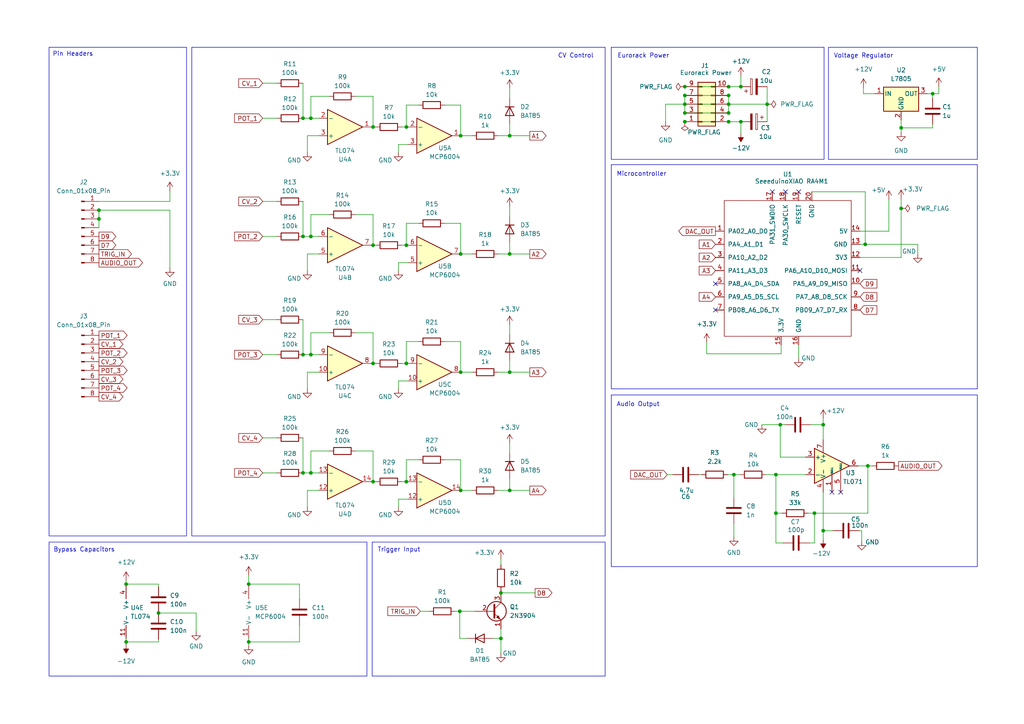
<source format=kicad_sch>
(kicad_sch (version 20231120) (generator "eeschema") (generator_version "8.0")
  (paper "A4")
  (junction (at 145.288 185.166))
  (junction (at 117.856 36.83))
  (junction (at 198.628 35.306))
  (junction (at 147.828 107.95))
  (junction (at 270.51 27.178))
  (junction (at 225.044 137.668))
  (junction (at 198.628 32.766))
  (junction (at 147.828 142.24))
  (junction (at 211.328 27.686))
  (junction (at 28.702 63.5))
  (junction (at 72.136 186.182))
  (junction (at 90.17 68.58))
  (junction (at 108.204 139.7))
  (junction (at 211.328 32.766))
  (junction (at 198.628 30.226))
  (junction (at 133.604 107.95))
  (junction (at 212.852 137.668))
  (junction (at 250.952 70.866))
  (junction (at 133.604 39.37))
  (junction (at 226.314 123.19))
  (junction (at 90.17 34.29))
  (junction (at 28.702 60.96))
  (junction (at 261.366 60.452))
  (junction (at 211.328 25.146))
  (junction (at 251.714 135.128))
  (junction (at 117.856 71.12))
  (junction (at 238.76 123.19))
  (junction (at 145.288 171.958))
  (junction (at 198.628 25.146))
  (junction (at 108.204 71.12))
  (junction (at 45.974 177.8))
  (junction (at 133.604 142.24))
  (junction (at 147.828 73.66))
  (junction (at 87.884 102.87))
  (junction (at 108.204 36.83))
  (junction (at 108.204 105.41))
  (junction (at 133.604 73.66))
  (junction (at 117.856 105.41))
  (junction (at 117.856 139.7))
  (junction (at 211.328 35.306))
  (junction (at 211.328 30.226))
  (junction (at 87.884 68.58))
  (junction (at 214.884 35.306))
  (junction (at 214.884 25.146))
  (junction (at 225.044 148.844))
  (junction (at 133.35 177.292))
  (junction (at 261.366 37.084))
  (junction (at 90.17 137.16))
  (junction (at 72.136 169.418))
  (junction (at 36.576 169.418))
  (junction (at 87.884 34.29))
  (junction (at 238.76 153.924))
  (junction (at 198.628 27.686))
  (junction (at 90.17 102.87))
  (junction (at 87.884 137.16))
  (junction (at 222.504 30.226))
  (junction (at 236.22 148.844))
  (junction (at 147.828 39.37))
  (junction (at 36.576 186.182))
  (no_connect (at 243.84 142.748))
  (no_connect (at 207.518 89.916))
  (no_connect (at 231.648 55.626))
  (no_connect (at 207.518 82.296))
  (no_connect (at 224.028 55.626))
  (no_connect (at 241.3 142.748))
  (no_connect (at 249.428 78.486))
  (no_connect (at 227.838 55.626))
  (wire (pts (xy 45.974 185.42) (xy 45.974 186.182)))
  (wire (pts (xy 95.504 62.23) (xy 90.17 62.23)))
  (wire (pts (xy 212.852 137.668) (xy 214.63 137.668)))
  (wire (pts (xy 132.08 177.292) (xy 133.35 177.292)))
  (wire (pts (xy 129.032 99.06) (xy 133.604 99.06)))
  (wire (pts (xy 76.2 34.29) (xy 80.264 34.29)))
  (wire (pts (xy 144.526 39.37) (xy 147.828 39.37)))
  (wire (pts (xy 108.204 71.12) (xy 108.966 71.12)))
  (wire (pts (xy 95.504 130.81) (xy 90.17 130.81)))
  (wire (pts (xy 133.604 133.35) (xy 133.604 142.24)))
  (wire (pts (xy 155.194 171.958) (xy 145.288 171.958)))
  (wire (pts (xy 89.154 107.95) (xy 89.154 112.776)))
  (wire (pts (xy 214.884 38.608) (xy 214.884 35.306)))
  (wire (pts (xy 121.92 177.292) (xy 124.46 177.292)))
  (wire (pts (xy 36.576 186.182) (xy 36.576 185.166)))
  (wire (pts (xy 145.288 182.372) (xy 145.288 185.166)))
  (wire (pts (xy 145.288 162.052) (xy 145.288 163.83)))
  (wire (pts (xy 115.57 44.196) (xy 115.57 41.91)))
  (wire (pts (xy 36.576 186.944) (xy 36.576 186.182)))
  (wire (pts (xy 133.604 39.37) (xy 136.906 39.37)))
  (wire (pts (xy 153.67 39.37) (xy 147.828 39.37)))
  (wire (pts (xy 249.936 156.972) (xy 249.936 153.924)))
  (wire (pts (xy 28.702 63.5) (xy 28.702 60.96)))
  (wire (pts (xy 226.314 132.588) (xy 233.68 132.588)))
  (wire (pts (xy 212.852 144.272) (xy 212.852 137.668)))
  (wire (pts (xy 117.856 71.12) (xy 118.364 71.12)))
  (wire (pts (xy 89.154 142.24) (xy 92.456 142.24)))
  (wire (pts (xy 86.868 169.418) (xy 86.868 173.736)))
  (wire (pts (xy 89.154 107.95) (xy 92.456 107.95)))
  (wire (pts (xy 36.576 169.418) (xy 45.974 169.418)))
  (wire (pts (xy 225.044 157.48) (xy 225.044 148.844)))
  (wire (pts (xy 272.288 27.178) (xy 272.288 25.146)))
  (wire (pts (xy 72.136 186.182) (xy 86.868 186.182)))
  (wire (pts (xy 87.884 102.87) (xy 90.17 102.87)))
  (wire (pts (xy 133.604 30.48) (xy 133.604 39.37)))
  (wire (pts (xy 45.974 169.418) (xy 45.974 170.18)))
  (wire (pts (xy 153.67 107.95) (xy 147.828 107.95)))
  (wire (pts (xy 198.628 25.146) (xy 211.328 25.146)))
  (wire (pts (xy 198.628 27.686) (xy 211.328 27.686)))
  (wire (pts (xy 198.628 30.226) (xy 211.328 30.226)))
  (wire (pts (xy 226.314 123.19) (xy 226.314 132.588)))
  (wire (pts (xy 226.314 123.19) (xy 227.584 123.19)))
  (wire (pts (xy 214.884 35.306) (xy 211.328 35.306)))
  (wire (pts (xy 268.986 27.178) (xy 270.51 27.178)))
  (wire (pts (xy 211.328 30.226) (xy 211.328 27.686)))
  (wire (pts (xy 212.852 155.702) (xy 212.852 151.892)))
  (wire (pts (xy 107.696 105.41) (xy 108.204 105.41)))
  (wire (pts (xy 103.124 130.81) (xy 108.204 130.81)))
  (wire (pts (xy 225.044 148.844) (xy 225.044 137.668)))
  (wire (pts (xy 147.828 94.234) (xy 147.828 97.028)))
  (wire (pts (xy 103.124 62.23) (xy 108.204 62.23)))
  (wire (pts (xy 147.828 25.654) (xy 147.828 28.448)))
  (wire (pts (xy 270.51 27.178) (xy 270.51 28.448)))
  (wire (pts (xy 115.57 110.49) (xy 118.364 110.49)))
  (wire (pts (xy 108.204 139.7) (xy 108.966 139.7)))
  (wire (pts (xy 56.896 183.134) (xy 56.896 177.8)))
  (wire (pts (xy 116.586 36.83) (xy 117.856 36.83)))
  (wire (pts (xy 211.328 25.146) (xy 214.884 25.146)))
  (wire (pts (xy 238.76 142.748) (xy 238.76 153.924)))
  (wire (pts (xy 231.648 100.076) (xy 231.648 103.886)))
  (wire (pts (xy 115.57 112.776) (xy 115.57 110.49)))
  (wire (pts (xy 143.002 185.166) (xy 145.288 185.166)))
  (wire (pts (xy 121.412 64.77) (xy 117.856 64.77)))
  (wire (pts (xy 107.696 36.83) (xy 108.204 36.83)))
  (wire (pts (xy 204.978 102.616) (xy 204.978 99.314)))
  (wire (pts (xy 236.22 157.48) (xy 236.22 148.844)))
  (wire (pts (xy 133.35 185.166) (xy 133.35 177.292)))
  (wire (pts (xy 117.856 30.48) (xy 117.856 36.83)))
  (wire (pts (xy 235.458 55.626) (xy 250.952 55.626)))
  (wire (pts (xy 87.884 137.16) (xy 90.17 137.16)))
  (wire (pts (xy 107.696 71.12) (xy 108.204 71.12)))
  (wire (pts (xy 145.288 171.45) (xy 145.288 171.958)))
  (wire (pts (xy 89.154 39.37) (xy 92.456 39.37)))
  (wire (pts (xy 202.692 137.668) (xy 203.454 137.668)))
  (wire (pts (xy 235.204 123.19) (xy 238.76 123.19)))
  (wire (pts (xy 115.57 144.78) (xy 118.364 144.78)))
  (wire (pts (xy 250.952 55.626) (xy 250.952 70.866)))
  (wire (pts (xy 251.714 135.128) (xy 248.92 135.128)))
  (wire (pts (xy 266.192 70.866) (xy 266.192 73.66)))
  (wire (pts (xy 28.702 60.96) (xy 49.276 60.96)))
  (wire (pts (xy 117.856 133.35) (xy 117.856 139.7)))
  (wire (pts (xy 116.586 71.12) (xy 117.856 71.12)))
  (wire (pts (xy 145.288 185.166) (xy 145.288 189.484)))
  (wire (pts (xy 72.136 186.182) (xy 72.136 185.166)))
  (wire (pts (xy 129.032 30.48) (xy 133.604 30.48)))
  (wire (pts (xy 238.76 153.924) (xy 238.76 156.464)))
  (wire (pts (xy 90.17 62.23) (xy 90.17 68.58)))
  (wire (pts (xy 144.526 142.24) (xy 147.828 142.24)))
  (wire (pts (xy 115.57 147.066) (xy 115.57 144.78)))
  (wire (pts (xy 87.884 34.29) (xy 90.17 34.29)))
  (wire (pts (xy 72.136 169.418) (xy 72.136 169.926)))
  (wire (pts (xy 145.288 171.958) (xy 145.288 172.212)))
  (wire (pts (xy 28.702 66.04) (xy 28.702 63.5)))
  (wire (pts (xy 133.604 142.24) (xy 136.906 142.24)))
  (wire (pts (xy 89.154 142.24) (xy 89.154 147.066)))
  (wire (pts (xy 193.548 137.668) (xy 195.072 137.668)))
  (wire (pts (xy 90.17 34.29) (xy 92.456 34.29)))
  (wire (pts (xy 211.328 32.766) (xy 211.328 30.226)))
  (wire (pts (xy 153.67 142.24) (xy 147.828 142.24)))
  (wire (pts (xy 198.628 32.766) (xy 211.328 32.766)))
  (wire (pts (xy 198.628 35.306) (xy 211.328 35.306)))
  (wire (pts (xy 129.032 64.77) (xy 133.604 64.77)))
  (wire (pts (xy 89.154 73.66) (xy 92.456 73.66)))
  (wire (pts (xy 108.204 27.94) (xy 108.204 36.83)))
  (wire (pts (xy 270.51 27.178) (xy 272.288 27.178)))
  (wire (pts (xy 249.428 67.056) (xy 257.81 67.056)))
  (wire (pts (xy 90.17 102.87) (xy 92.456 102.87)))
  (wire (pts (xy 117.856 64.77) (xy 117.856 71.12)))
  (wire (pts (xy 133.604 99.06) (xy 133.604 107.95)))
  (wire (pts (xy 211.328 30.226) (xy 222.504 30.226)))
  (wire (pts (xy 133.604 64.77) (xy 133.604 73.66)))
  (wire (pts (xy 236.22 148.844) (xy 251.714 148.844)))
  (wire (pts (xy 147.828 138.938) (xy 147.828 142.24)))
  (wire (pts (xy 76.2 102.87) (xy 80.264 102.87)))
  (wire (pts (xy 116.586 105.41) (xy 117.856 105.41)))
  (wire (pts (xy 117.856 105.41) (xy 118.364 105.41)))
  (wire (pts (xy 87.884 58.42) (xy 87.884 68.58)))
  (wire (pts (xy 115.57 78.486) (xy 115.57 76.2)))
  (wire (pts (xy 90.17 96.52) (xy 90.17 102.87)))
  (wire (pts (xy 72.136 166.878) (xy 72.136 169.418)))
  (wire (pts (xy 121.412 133.35) (xy 117.856 133.35)))
  (wire (pts (xy 226.822 148.844) (xy 225.044 148.844)))
  (wire (pts (xy 226.568 102.616) (xy 226.568 100.076)))
  (wire (pts (xy 261.366 74.676) (xy 249.428 74.676)))
  (wire (pts (xy 193.04 35.306) (xy 193.04 30.226)))
  (wire (pts (xy 76.2 58.42) (xy 80.264 58.42)))
  (wire (pts (xy 250.952 70.866) (xy 266.192 70.866)))
  (wire (pts (xy 90.17 27.94) (xy 90.17 34.29)))
  (wire (pts (xy 238.76 123.19) (xy 238.76 127.508)))
  (wire (pts (xy 108.204 130.81) (xy 108.204 139.7)))
  (wire (pts (xy 222.504 25.146) (xy 222.504 30.226)))
  (wire (pts (xy 76.2 24.13) (xy 80.264 24.13)))
  (wire (pts (xy 238.76 121.412) (xy 238.76 123.19)))
  (wire (pts (xy 261.366 37.084) (xy 261.366 34.798)))
  (wire (pts (xy 251.714 148.844) (xy 251.714 135.128)))
  (wire (pts (xy 198.628 30.226) (xy 198.628 32.766)))
  (wire (pts (xy 89.154 39.37) (xy 89.154 44.196)))
  (wire (pts (xy 241.554 153.924) (xy 238.76 153.924)))
  (wire (pts (xy 108.204 62.23) (xy 108.204 71.12)))
  (wire (pts (xy 76.2 92.71) (xy 80.264 92.71)))
  (wire (pts (xy 133.604 107.95) (xy 136.906 107.95)))
  (wire (pts (xy 227.076 157.48) (xy 225.044 157.48)))
  (wire (pts (xy 87.884 127) (xy 87.884 137.16)))
  (wire (pts (xy 49.276 55.372) (xy 49.276 58.42)))
  (wire (pts (xy 147.828 36.068) (xy 147.828 39.37)))
  (wire (pts (xy 222.504 30.226) (xy 222.504 35.306)))
  (wire (pts (xy 144.526 107.95) (xy 147.828 107.95)))
  (wire (pts (xy 95.504 96.52) (xy 90.17 96.52)))
  (wire (pts (xy 236.22 148.844) (xy 234.442 148.844)))
  (wire (pts (xy 117.856 99.06) (xy 117.856 105.41)))
  (wire (pts (xy 107.696 139.7) (xy 108.204 139.7)))
  (wire (pts (xy 250.444 25.4) (xy 250.444 27.178)))
  (wire (pts (xy 108.204 105.41) (xy 108.966 105.41)))
  (wire (pts (xy 89.154 73.66) (xy 89.154 78.486)))
  (wire (pts (xy 261.366 57.658) (xy 261.366 60.452)))
  (wire (pts (xy 86.868 186.182) (xy 86.868 181.356)))
  (wire (pts (xy 249.936 153.924) (xy 249.174 153.924)))
  (wire (pts (xy 121.412 30.48) (xy 117.856 30.48)))
  (wire (pts (xy 49.276 58.42) (xy 28.702 58.42)))
  (wire (pts (xy 45.974 186.182) (xy 36.576 186.182)))
  (wire (pts (xy 72.136 169.418) (xy 86.868 169.418)))
  (wire (pts (xy 252.984 135.128) (xy 251.714 135.128)))
  (wire (pts (xy 133.35 177.292) (xy 137.668 177.292)))
  (wire (pts (xy 103.124 27.94) (xy 108.204 27.94)))
  (wire (pts (xy 236.22 157.48) (xy 234.696 157.48)))
  (wire (pts (xy 121.412 99.06) (xy 117.856 99.06)))
  (wire (pts (xy 90.17 68.58) (xy 92.456 68.58)))
  (wire (pts (xy 115.57 76.2) (xy 118.364 76.2)))
  (wire (pts (xy 117.856 36.83) (xy 118.364 36.83)))
  (wire (pts (xy 211.074 137.668) (xy 212.852 137.668)))
  (wire (pts (xy 108.204 36.83) (xy 108.966 36.83)))
  (wire (pts (xy 225.044 137.668) (xy 233.68 137.668)))
  (wire (pts (xy 117.856 139.7) (xy 118.364 139.7)))
  (wire (pts (xy 87.884 68.58) (xy 90.17 68.58)))
  (wire (pts (xy 129.032 133.35) (xy 133.604 133.35)))
  (wire (pts (xy 87.884 92.71) (xy 87.884 102.87)))
  (wire (pts (xy 36.576 168.402) (xy 36.576 169.418)))
  (wire (pts (xy 250.444 27.178) (xy 253.746 27.178)))
  (wire (pts (xy 90.17 137.16) (xy 92.456 137.16)))
  (wire (pts (xy 198.628 27.686) (xy 198.628 30.226)))
  (wire (pts (xy 226.568 102.616) (xy 204.978 102.616)))
  (wire (pts (xy 116.586 139.7) (xy 117.856 139.7)))
  (wire (pts (xy 76.2 68.58) (xy 80.264 68.58)))
  (wire (pts (xy 95.504 27.94) (xy 90.17 27.94)))
  (wire (pts (xy 147.828 70.358) (xy 147.828 73.66)))
  (wire (pts (xy 133.604 73.66) (xy 136.906 73.66)))
  (wire (pts (xy 108.204 96.52) (xy 108.204 105.41)))
  (wire (pts (xy 261.366 60.452) (xy 261.366 74.676)))
  (wire (pts (xy 72.136 187.198) (xy 72.136 186.182)))
  (wire (pts (xy 220.98 123.19) (xy 226.314 123.19)))
  (wire (pts (xy 147.828 104.648) (xy 147.828 107.95)))
  (wire (pts (xy 214.884 22.098) (xy 214.884 25.146)))
  (wire (pts (xy 36.576 169.418) (xy 36.576 169.926)))
  (wire (pts (xy 222.25 137.668) (xy 225.044 137.668)))
  (wire (pts (xy 90.17 130.81) (xy 90.17 137.16)))
  (wire (pts (xy 270.51 36.068) (xy 270.51 37.084)))
  (wire (pts (xy 193.04 30.226) (xy 198.628 30.226)))
  (wire (pts (xy 49.276 60.96) (xy 49.276 77.724)))
  (wire (pts (xy 56.896 177.8) (xy 45.974 177.8)))
  (wire (pts (xy 153.67 73.66) (xy 147.828 73.66)))
  (wire (pts (xy 76.2 127) (xy 80.264 127)))
  (wire (pts (xy 257.81 57.912) (xy 257.81 67.056)))
  (wire (pts (xy 103.124 96.52) (xy 108.204 96.52)))
  (wire (pts (xy 261.366 37.084) (xy 261.366 38.354)))
  (wire (pts (xy 147.828 128.524) (xy 147.828 131.318)))
  (wire (pts (xy 87.884 24.13) (xy 87.884 34.29)))
  (wire (pts (xy 135.382 185.166) (xy 133.35 185.166)))
  (wire (pts (xy 76.2 137.16) (xy 80.264 137.16)))
  (wire (pts (xy 115.57 41.91) (xy 118.364 41.91)))
  (wire (pts (xy 144.526 73.66) (xy 147.828 73.66)))
  (wire (pts (xy 249.428 70.866) (xy 250.952 70.866)))
  (wire (pts (xy 147.828 59.944) (xy 147.828 62.738)))
  (wire (pts (xy 270.51 37.084) (xy 261.366 37.084)))
  (rectangle (start 177.292 114.554) (end 283.464 164.338))
  (rectangle (start 177.292 47.752) (end 283.464 112.776))
  (rectangle (start 177.292 13.716) (end 239.014 46.228))
  (rectangle (start 14.224 157.226) (end 106.426 196.088))
  (rectangle (start 240.284 13.716) (end 283.464 46.228))
  (rectangle (start 107.95 157.226) (end 175.514 196.088))
  (rectangle (start 14.224 13.716) (end 54.102 155.448))
  (rectangle (start 55.626 13.716) (end 175.514 155.448))
  (text "Pin Headers" (at 15.24 16.51 0) (effects (font (size 1.27 1.27)) (justify left bottom)))
  (text "CV Control" (at 161.798 17.018 0) (effects (font (size 1.27 1.27)) (justify left bottom)))
  (text "Microcontroller" (at 178.816 51.308 0) (effects (font (size 1.27 1.27)) (justify left bottom)))
  (text "Audio Output" (at 178.816 118.11 0) (effects (font (size 1.27 1.27)) (justify left bottom)))
  (text "Voltage Regulator" (at 241.808 17.018 0) (effects (font (size 1.27 1.27)) (justify left bottom)))
  (text "Eurorack Power" (at 179.07 17.018 0) (effects (font (size 1.27 1.27)) (justify left bottom)))
  (text "Trigger Input" (at 109.474 160.274 0) (effects (font (size 1.27 1.27)) (justify left bottom)))
  (text "Bypass Capacitors" (at 15.494 160.274 0) (effects (font (size 1.27 1.27)) (justify left bottom)))
  (global_label "A2" (shape output) (at 153.67 73.66 0) (property "Intersheetrefs" "${INTERSHEET_REFS}" (effects (hide yes))))
  (global_label "A4" (shape output) (at 153.67 142.24 0) (property "Intersheetrefs" "${INTERSHEET_REFS}" (effects (hide yes))))
  (global_label "CV_4" (shape output) (at 28.702 115.062 0) (property "Intersheetrefs" "${INTERSHEET_REFS}" (effects (hide yes))))
  (global_label "CV_3" (shape input) (at 76.2 92.71 180) (property "Intersheetrefs" "${INTERSHEET_REFS}" (effects (hide yes))))
  (global_label "D8" (shape output) (at 155.194 171.958 0) (property "Intersheetrefs" "${INTERSHEET_REFS}" (effects (hide yes))))
  (global_label "A2" (shape input) (at 207.518 74.676 180) (property "Intersheetrefs" "${INTERSHEET_REFS}" (effects (hide yes))))
  (global_label "CV_4" (shape input) (at 76.2 127 180) (property "Intersheetrefs" "${INTERSHEET_REFS}" (effects (hide yes))))
  (global_label "POT_3" (shape input) (at 76.2 102.87 180) (property "Intersheetrefs" "${INTERSHEET_REFS}" (effects (hide yes))))
  (global_label "POT_3" (shape output) (at 28.702 107.442 0) (property "Intersheetrefs" "${INTERSHEET_REFS}" (effects (hide yes))))
  (global_label "AUDIO_OUT" (shape output) (at 260.604 135.128 0) (property "Intersheetrefs" "${INTERSHEET_REFS}" (effects (hide yes))))
  (global_label "D7" (shape output) (at 28.702 71.12 0) (property "Intersheetrefs" "${INTERSHEET_REFS}" (effects (hide yes))))
  (global_label "A3" (shape output) (at 153.67 107.95 0) (property "Intersheetrefs" "${INTERSHEET_REFS}" (effects (hide yes))))
  (global_label "DAC_OUT" (shape input) (at 193.548 137.668 180) (property "Intersheetrefs" "${INTERSHEET_REFS}" (effects (hide yes))))
  (global_label "D9" (shape input) (at 249.428 82.296 0) (property "Intersheetrefs" "${INTERSHEET_REFS}" (effects (hide yes))))
  (global_label "CV_2" (shape input) (at 76.2 58.42 180) (property "Intersheetrefs" "${INTERSHEET_REFS}" (effects (hide yes))))
  (global_label "POT_1" (shape output) (at 28.702 97.282 0) (property "Intersheetrefs" "${INTERSHEET_REFS}" (effects (hide yes))))
  (global_label "CV_1" (shape output) (at 28.702 99.822 0) (property "Intersheetrefs" "${INTERSHEET_REFS}" (effects (hide yes))))
  (global_label "D8" (shape input) (at 249.428 86.106 0) (property "Intersheetrefs" "${INTERSHEET_REFS}" (effects (hide yes))))
  (global_label "D9" (shape output) (at 28.702 68.58 0) (property "Intersheetrefs" "${INTERSHEET_REFS}" (effects (hide yes))))
  (global_label "POT_4" (shape output) (at 28.702 112.522 0) (property "Intersheetrefs" "${INTERSHEET_REFS}" (effects (hide yes))))
  (global_label "DAC_OUT" (shape output) (at 207.518 67.056 180) (property "Intersheetrefs" "${INTERSHEET_REFS}" (effects (hide yes))))
  (global_label "A1" (shape output) (at 153.67 39.37 0) (property "Intersheetrefs" "${INTERSHEET_REFS}" (effects (hide yes))))
  (global_label "POT_1" (shape input) (at 76.2 34.29 180) (property "Intersheetrefs" "${INTERSHEET_REFS}" (effects (hide yes))))
  (global_label "TRIG_IN" (shape output) (at 28.702 73.66 0) (property "Intersheetrefs" "${INTERSHEET_REFS}" (effects (hide yes))))
  (global_label "CV_1" (shape input) (at 76.2 24.13 180) (property "Intersheetrefs" "${INTERSHEET_REFS}" (effects (hide yes))))
  (global_label "TRIG_IN" (shape input) (at 121.92 177.292 180) (property "Intersheetrefs" "${INTERSHEET_REFS}" (effects (hide yes))))
  (global_label "A4" (shape input) (at 207.518 86.106 180) (property "Intersheetrefs" "${INTERSHEET_REFS}" (effects (hide yes))))
  (global_label "CV_3" (shape output) (at 28.702 109.982 0) (property "Intersheetrefs" "${INTERSHEET_REFS}" (effects (hide yes))))
  (global_label "D7" (shape input) (at 249.428 89.916 0) (property "Intersheetrefs" "${INTERSHEET_REFS}" (effects (hide yes))))
  (global_label "AUDIO_OUT" (shape output) (at 28.702 76.2 0) (property "Intersheetrefs" "${INTERSHEET_REFS}" (effects (hide yes))))
  (global_label "POT_4" (shape input) (at 76.2 137.16 180) (property "Intersheetrefs" "${INTERSHEET_REFS}" (effects (hide yes))))
  (global_label "POT_2" (shape input) (at 76.2 68.58 180) (property "Intersheetrefs" "${INTERSHEET_REFS}" (effects (hide yes))))
  (global_label "POT_2" (shape output) (at 28.702 102.362 0) (property "Intersheetrefs" "${INTERSHEET_REFS}" (effects (hide yes))))
  (global_label "CV_2" (shape output) (at 28.702 104.902 0) (property "Intersheetrefs" "${INTERSHEET_REFS}" (effects (hide yes))))
  (global_label "A1" (shape input) (at 207.518 70.866 180) (property "Intersheetrefs" "${INTERSHEET_REFS}" (effects (hide yes))))
  (global_label "A3" (shape input) (at 207.518 78.486 180) (property "Intersheetrefs" "${INTERSHEET_REFS}" (effects (hide yes))))
  (symbol (lib_id "Device:R") (at 145.288 167.64 0) (unit 1)
    (property "Reference" "R2" (at 147.828 166.37 0) (effects (justify left)))
    (property "Value" "10k" (at 147.828 168.91 0) (effects (justify left)))
    (property "Footprint" "Resistor_THT:R_Axial_DIN0207_L6.3mm_D2.5mm_P7.62mm_Horizontal" (effects (hide yes)))
  )
  (symbol (lib_id "Device:R") (at 140.716 73.66 90) (unit 1)
    (property "Reference" "R18" (at 140.716 68.072 90))
    (property "Value" "1k" (at 140.716 70.612 90))
    (property "Footprint" "Resistor_THT:R_Axial_DIN0207_L6.3mm_D2.5mm_P7.62mm_Horizontal" (effects (hide yes)))
  )
  (symbol (lib_id "Device:R") (at 125.222 99.06 90) (unit 1)
    (property "Reference" "R21" (at 125.222 93.472 90))
    (property "Value" "10k" (at 125.222 96.012 90))
    (property "Footprint" "Resistor_THT:R_Axial_DIN0207_L6.3mm_D2.5mm_P7.62mm_Horizontal" (effects (hide yes)))
  )
  (symbol (lib_id "power:+3.3V") (at 204.978 99.314 0) (unit 1)
    (property "Reference" "#PWR011" (effects (hide yes)))
    (property "Value" "+3.3V" (at 204.978 93.98 0))
  )
  (symbol (lib_id "power:+3.3V") (at 49.276 55.372 0) (unit 1)
    (property "Reference" "#PWR012" (effects (hide yes)))
    (property "Value" "+3.3V" (at 49.276 50.292 0))
  )
  (symbol (lib_id "Device:R") (at 84.074 68.58 90) (unit 1)
    (property "Reference" "R16" (at 84.074 62.992 90))
    (property "Value" "100k" (at 84.074 65.532 90))
    (property "Footprint" "Resistor_THT:R_Axial_DIN0207_L6.3mm_D2.5mm_P7.62mm_Horizontal" (effects (hide yes)))
  )
  (symbol (lib_id "Device:D") (at 147.828 100.838 270) (unit 1)
    (property "Reference" "D4" (at 150.876 99.568 90) (effects (justify left)))
    (property "Value" "BAT85" (at 150.876 102.108 90) (effects (justify left)))
    (property "Footprint" "Diode_THT:D_A-405_P7.62mm_Horizontal" (effects (hide yes)))
    (property "Sim.Device" "D" (effects (hide yes)))
    (property "Sim.Pins" "1=K 2=A" (effects (hide yes)))
  )
  (symbol (lib_id "Device:R") (at 99.314 62.23 90) (unit 1)
    (property "Reference" "R14" (at 99.314 56.642 90))
    (property "Value" "100k" (at 99.314 59.182 90))
    (property "Footprint" "Resistor_THT:R_Axial_DIN0207_L6.3mm_D2.5mm_P7.62mm_Horizontal" (effects (hide yes)))
  )
  (symbol (lib_id "Seeeduino Xiao Kicad:SeeeduinoXIAO") (at 229.108 78.486 0) (unit 1)
    (property "Reference" "U1" (at 227.076 50.546 0) (effects (justify left)))
    (property "Value" "SeeeduinoXIAO RA4M1" (at 218.948 52.578 0) (effects (justify left)))
    (property "Footprint" "Breakout Boards:Seeeduino XIAO-MOUDLE14P-2.54-21X17.8MM" (effects (hide yes)))
  )
  (symbol (lib_id "power:GND") (at 115.57 78.486 0) (unit 1)
    (property "Reference" "#PWR032" (effects (hide yes)))
    (property "Value" "GND" (at 111.76 80.772 0))
  )
  (symbol (lib_id "power:-12V") (at 214.884 38.608 180) (unit 1)
    (property "Reference" "#PWR03" (effects (hide yes)))
    (property "Value" "-12V" (at 214.884 42.926 0))
  )
  (symbol (lib_id "power:GND") (at 89.154 147.066 0) (unit 1)
    (property "Reference" "#PWR037" (effects (hide yes)))
    (property "Value" "GND" (at 85.344 149.352 0))
  )
  (symbol (lib_id "power:+3.3V") (at 147.828 128.524 0) (unit 1)
    (property "Reference" "#PWR036" (effects (hide yes)))
    (property "Value" "+3.3V" (at 147.828 123.952 0))
  )
  (symbol (lib_id "Device:R") (at 125.222 133.35 90) (unit 1)
    (property "Reference" "R27" (at 125.222 127.762 90))
    (property "Value" "10k" (at 125.222 130.302 90))
    (property "Footprint" "Resistor_THT:R_Axial_DIN0207_L6.3mm_D2.5mm_P7.62mm_Horizontal" (effects (hide yes)))
  )
  (symbol (lib_id "power:PWR_FLAG") (at 222.504 30.226 270) (unit 1)
    (property "Reference" "#FLG04" (effects (hide yes)))
    (property "Value" "PWR_FLAG" (at 226.314 30.226 90) (effects (justify left)))
  )
  (symbol (lib_id "power:-12V") (at 238.76 156.464 180) (unit 1)
    (property "Reference" "#PWR020" (effects (hide yes)))
    (property "Value" "-12V" (at 238.252 160.528 0))
  )
  (symbol (lib_id "Device:R") (at 84.074 127 90) (unit 1)
    (property "Reference" "R25" (at 84.074 121.412 90))
    (property "Value" "100k" (at 84.074 123.952 90))
    (property "Footprint" "Resistor_THT:R_Axial_DIN0207_L6.3mm_D2.5mm_P7.62mm_Horizontal" (effects (hide yes)))
  )
  (symbol (lib_id "Amplifier_Operational:MCP6004") (at 125.984 107.95 0) (mirror x) (unit 3)
    (property "Reference" "U5" (at 129.032 111.506 0))
    (property "Value" "MCP6004" (at 129.032 114.046 0))
    (property "Footprint" "Package_DIP:DIP-14_W7.62mm_Socket" (effects (hide yes)))
    (property "Datasheet" "http://ww1.microchip.com/downloads/en/DeviceDoc/21733j.pdf" (effects (hide yes)))
  )
  (symbol (lib_id "power:PWR_FLAG") (at 261.366 60.452 270) (unit 1)
    (property "Reference" "#FLG03" (effects (hide yes)))
    (property "Value" "PWR_FLAG" (at 265.684 60.452 90) (effects (justify left)))
  )
  (symbol (lib_id "Connector_Generic:Conn_02x05_Counter_Clockwise") (at 203.708 30.226 0) (mirror x) (unit 1)
    (property "Reference" "J1" (at 204.47 19.05 0))
    (property "Value" "Eurorack Power" (at 204.724 21.082 0))
    (property "Footprint" "Connector_IDC:IDC-Header_2x05_P2.54mm_Vertical" (effects (hide yes)))
  )
  (symbol (lib_id "Amplifier_Operational:TL074") (at 100.076 105.41 0) (mirror x) (unit 3)
    (property "Reference" "U4" (at 100.076 114.808 0))
    (property "Value" "TL074" (at 100.076 112.268 0))
    (property "Footprint" "Package_DIP:DIP-14_W7.62mm_Socket" (effects (hide yes)))
    (property "Datasheet" "http://www.ti.com/lit/ds/symlink/tl071.pdf" (effects (hide yes)))
  )
  (symbol (lib_id "power:+3.3V") (at 261.366 57.658 0) (unit 1)
    (property "Reference" "#PWR08" (effects (hide yes)))
    (property "Value" "+3.3V" (at 264.668 54.864 0))
  )
  (symbol (lib_id "Device:R") (at 84.074 34.29 90) (unit 1)
    (property "Reference" "R12" (at 84.074 28.702 90))
    (property "Value" "100k" (at 84.074 31.242 90))
    (property "Footprint" "Resistor_THT:R_Axial_DIN0207_L6.3mm_D2.5mm_P7.62mm_Horizontal" (effects (hide yes)))
  )
  (symbol (lib_id "power:+3.3V") (at 145.288 162.052 0) (unit 1)
    (property "Reference" "#PWR018" (effects (hide yes)))
    (property "Value" "+3.3V" (at 140.462 160.274 0))
  )
  (symbol (lib_id "Device:C") (at 198.882 137.668 90) (unit 1)
    (property "Reference" "C6" (at 198.882 144.018 90))
    (property "Value" "4.7u" (at 199.136 142.24 90))
    (property "Footprint" "Capacitor_THT:CP_Radial_D5.0mm_P2.50mm" (effects (hide yes)))
  )
  (symbol (lib_id "Device:C_Polarized") (at 218.694 25.146 90) (unit 1)
    (property "Reference" "C2" (at 222.25 20.828 90))
    (property "Value" "10u" (at 222.25 23.368 90))
    (property "Footprint" "Capacitor_THT:CP_Radial_D5.0mm_P2.50mm" (effects (hide yes)))
  )
  (symbol (lib_id "Device:R") (at 112.776 71.12 90) (unit 1)
    (property "Reference" "R17" (at 112.776 65.532 90))
    (property "Value" "10k" (at 112.776 68.072 90))
    (property "Footprint" "Resistor_THT:R_Axial_DIN0207_L6.3mm_D2.5mm_P7.62mm_Horizontal" (effects (hide yes)))
  )
  (symbol (lib_id "Device:D") (at 147.828 32.258 270) (unit 1)
    (property "Reference" "D2" (at 150.876 30.988 90) (effects (justify left)))
    (property "Value" "BAT85" (at 150.876 33.528 90) (effects (justify left)))
    (property "Footprint" "Diode_THT:D_A-405_P7.62mm_Horizontal" (effects (hide yes)))
    (property "Sim.Device" "D" (effects (hide yes)))
    (property "Sim.Pins" "1=K 2=A" (effects (hide yes)))
  )
  (symbol (lib_id "Device:C") (at 270.51 32.258 180) (unit 1)
    (property "Reference" "C1" (at 273.304 30.988 0) (effects (justify right)))
    (property "Value" "1u" (at 273.304 33.528 0) (effects (justify right)))
    (property "Footprint" "Capacitor_THT:C_Disc_D4.7mm_W2.5mm_P5.00mm" (effects (hide yes)))
  )
  (symbol (lib_id "Device:R") (at 112.776 36.83 90) (unit 1)
    (property "Reference" "R7" (at 112.776 31.242 90))
    (property "Value" "10k" (at 112.776 33.782 90))
    (property "Footprint" "Resistor_THT:R_Axial_DIN0207_L6.3mm_D2.5mm_P7.62mm_Horizontal" (effects (hide yes)))
  )
  (symbol (lib_id "Amplifier_Operational:TL074") (at 100.076 139.7 0) (mirror x) (unit 4)
    (property "Reference" "U4" (at 100.076 149.098 0))
    (property "Value" "TL074" (at 100.076 146.558 0))
    (property "Footprint" "Package_DIP:DIP-14_W7.62mm_Socket" (effects (hide yes)))
    (property "Datasheet" "http://www.ti.com/lit/ds/symlink/tl071.pdf" (effects (hide yes)))
  )
  (symbol (lib_id "power:PWR_FLAG") (at 198.628 25.146 90) (unit 1)
    (property "Reference" "#FLG01" (effects (hide yes)))
    (property "Value" "PWR_FLAG" (at 195.072 25.146 90) (effects (justify left)))
  )
  (symbol (lib_id "power:GND") (at 115.57 112.776 0) (unit 1)
    (property "Reference" "#PWR035" (effects (hide yes)))
    (property "Value" "GND" (at 111.76 115.062 0))
  )
  (symbol (lib_id "power:+5V") (at 257.81 57.912 0) (unit 1)
    (property "Reference" "#PWR07" (effects (hide yes)))
    (property "Value" "+5V" (at 254.762 55.118 0))
  )
  (symbol (lib_id "Device:R") (at 128.27 177.292 90) (unit 1)
    (property "Reference" "R1" (at 128.27 171.704 90))
    (property "Value" "100k" (at 128.27 174.244 90))
    (property "Footprint" "Resistor_THT:R_Axial_DIN0207_L6.3mm_D2.5mm_P7.62mm_Horizontal" (effects (hide yes)))
  )
  (symbol (lib_id "power:GND") (at 261.366 38.354 0) (unit 1)
    (property "Reference" "#PWR01" (effects (hide yes)))
    (property "Value" "GND" (at 261.366 43.688 0))
  )
  (symbol (lib_id "Regulator_Linear:L7805") (at 261.366 27.178 0) (unit 1)
    (property "Reference" "U2" (at 261.366 20.32 0))
    (property "Value" "L7805" (at 261.366 22.86 0))
    (property "Footprint" "Package_TO_SOT_THT:TO-220-3_Horizontal_TabDown" (effects (hide yes)))
    (property "Datasheet" "http://www.st.com/content/ccc/resource/technical/document/datasheet/41/4f/b3/b0/12/d4/47/88/CD00000444.pdf/files/CD00000444.pdf/jcr:content/translations/en.CD00000444.pdf" (effects (hide yes)))
  )
  (symbol (lib_id "Device:R") (at 112.776 105.41 90) (unit 1)
    (property "Reference" "R23" (at 112.776 99.822 90))
    (property "Value" "10k" (at 112.776 102.362 90))
    (property "Footprint" "Resistor_THT:R_Axial_DIN0207_L6.3mm_D2.5mm_P7.62mm_Horizontal" (effects (hide yes)))
  )
  (symbol (lib_id "Device:D") (at 139.192 185.166 0) (unit 1)
    (property "Reference" "D1" (at 139.192 188.722 0))
    (property "Value" "BAT85" (at 139.192 191.262 0))
    (property "Footprint" "Diode_THT:D_A-405_P7.62mm_Horizontal" (effects (hide yes)))
    (property "Sim.Device" "D" (effects (hide yes)))
    (property "Sim.Pins" "1=K 2=A" (effects (hide yes)))
  )
  (symbol (lib_id "power:GND") (at 89.154 112.776 0) (unit 1)
    (property "Reference" "#PWR034" (effects (hide yes)))
    (property "Value" "GND" (at 85.344 115.062 0))
  )
  (symbol (lib_id "Device:R") (at 84.074 137.16 90) (unit 1)
    (property "Reference" "R28" (at 84.074 131.572 90))
    (property "Value" "100k" (at 84.074 134.112 90))
    (property "Footprint" "Resistor_THT:R_Axial_DIN0207_L6.3mm_D2.5mm_P7.62mm_Horizontal" (effects (hide yes)))
  )
  (symbol (lib_id "power:+3.3V") (at 147.828 59.944 0) (unit 1)
    (property "Reference" "#PWR030" (effects (hide yes)))
    (property "Value" "+3.3V" (at 147.828 55.372 0))
  )
  (symbol (lib_id "power:+12V") (at 214.884 22.098 0) (unit 1)
    (property "Reference" "#PWR04" (effects (hide yes)))
    (property "Value" "+12V" (at 214.884 17.78 0))
  )
  (symbol (lib_id "power:+3.3V") (at 147.828 25.654 0) (unit 1)
    (property "Reference" "#PWR027" (effects (hide yes)))
    (property "Value" "+3.3V" (at 147.828 21.082 0))
  )
  (symbol (lib_id "Amplifier_Operational:TL074") (at 39.116 177.546 0) (unit 5)
    (property "Reference" "U4" (at 37.846 176.276 0) (effects (justify left)))
    (property "Value" "TL074" (at 37.846 178.816 0) (effects (justify left)))
    (property "Footprint" "Package_DIP:DIP-14_W7.62mm_Socket" (effects (hide yes)))
    (property "Datasheet" "http://www.ti.com/lit/ds/symlink/tl071.pdf" (effects (hide yes)))
  )
  (symbol (lib_id "Device:R") (at 218.44 137.668 90) (unit 1)
    (property "Reference" "R4" (at 218.44 132.08 90))
    (property "Value" "10k" (at 218.44 134.62 90))
    (property "Footprint" "Resistor_THT:R_Axial_DIN0207_L6.3mm_D2.5mm_P7.62mm_Horizontal" (effects (hide yes)))
  )
  (symbol (lib_id "Device:C") (at 245.364 153.924 90) (unit 1)
    (property "Reference" "C5" (at 248.158 150.622 90))
    (property "Value" "100n" (at 249.428 152.4 90))
    (property "Footprint" "Capacitor_THT:C_Disc_D4.7mm_W2.5mm_P5.00mm" (effects (hide yes)))
  )
  (symbol (lib_id "power:+3.3V") (at 147.828 94.234 0) (unit 1)
    (property "Reference" "#PWR033" (effects (hide yes)))
    (property "Value" "+3.3V" (at 147.828 89.662 0))
  )
  (symbol (lib_id "Device:C") (at 45.974 181.61 0) (unit 1)
    (property "Reference" "C10" (at 49.276 180.34 0) (effects (justify left)))
    (property "Value" "100n" (at 49.276 182.88 0) (effects (justify left)))
    (property "Footprint" "Capacitor_THT:C_Disc_D4.7mm_W2.5mm_P5.00mm" (effects (hide yes)))
  )
  (symbol (lib_id "Device:C") (at 212.852 148.082 0) (unit 1)
    (property "Reference" "C8" (at 216.408 146.812 0) (effects (justify left)))
    (property "Value" "1n" (at 216.408 149.352 0) (effects (justify left)))
    (property "Footprint" "Capacitor_THT:C_Disc_D4.7mm_W2.5mm_P5.00mm" (effects (hide yes)))
  )
  (symbol (lib_id "Amplifier_Operational:TL071") (at 241.3 135.128 0) (unit 1)
    (property "Reference" "U3" (at 246.634 137.16 0))
    (property "Value" "TL071" (at 247.396 139.7 0))
    (property "Footprint" "Package_DIP:DIP-8_W7.62mm_Socket" (effects (hide yes)))
    (property "Datasheet" "http://www.ti.com/lit/ds/symlink/tl071.pdf" (effects (hide yes)))
  )
  (symbol (lib_id "Device:R") (at 84.074 102.87 90) (unit 1)
    (property "Reference" "R22" (at 84.074 97.282 90))
    (property "Value" "100k" (at 84.074 99.822 90))
    (property "Footprint" "Resistor_THT:R_Axial_DIN0207_L6.3mm_D2.5mm_P7.62mm_Horizontal" (effects (hide yes)))
  )
  (symbol (lib_id "Device:R") (at 84.074 92.71 90) (unit 1)
    (property "Reference" "R19" (at 84.074 87.122 90))
    (property "Value" "100k" (at 84.074 89.662 90))
    (property "Footprint" "Resistor_THT:R_Axial_DIN0207_L6.3mm_D2.5mm_P7.62mm_Horizontal" (effects (hide yes)))
  )
  (symbol (lib_id "power:GND") (at 231.648 103.886 0) (unit 1)
    (property "Reference" "#PWR010" (effects (hide yes)))
    (property "Value" "GND" (at 234.442 103.886 0))
  )
  (symbol (lib_id "power:GND") (at 212.852 155.702 0) (unit 1)
    (property "Reference" "#PWR024" (effects (hide yes)))
    (property "Value" "GND" (at 212.852 160.274 0))
  )
  (symbol (lib_id "Amplifier_Operational:MCP6004") (at 74.676 177.546 0) (unit 5)
    (property "Reference" "U5" (at 73.914 176.276 0) (effects (justify left)))
    (property "Value" "MCP6004" (at 73.914 178.816 0) (effects (justify left)))
    (property "Footprint" "Package_DIP:DIP-14_W7.62mm_Socket" (effects (hide yes)))
    (property "Datasheet" "http://ww1.microchip.com/downloads/en/DeviceDoc/21733j.pdf" (effects (hide yes)))
  )
  (symbol (lib_id "Device:R") (at 140.716 39.37 90) (unit 1)
    (property "Reference" "R10" (at 140.716 33.782 90))
    (property "Value" "1k" (at 140.716 36.322 90))
    (property "Footprint" "Resistor_THT:R_Axial_DIN0207_L6.3mm_D2.5mm_P7.62mm_Horizontal" (effects (hide yes)))
  )
  (symbol (lib_id "Device:D") (at 147.828 66.548 270) (unit 1)
    (property "Reference" "D3" (at 150.876 65.278 90) (effects (justify left)))
    (property "Value" "BAT85" (at 150.876 67.818 90) (effects (justify left)))
    (property "Footprint" "Diode_THT:D_A-405_P7.62mm_Horizontal" (effects (hide yes)))
    (property "Sim.Device" "D" (effects (hide yes)))
    (property "Sim.Pins" "1=K 2=A" (effects (hide yes)))
  )
  (symbol (lib_id "Device:R") (at 99.314 96.52 90) (unit 1)
    (property "Reference" "R20" (at 99.314 90.932 90))
    (property "Value" "100k" (at 99.314 93.472 90))
    (property "Footprint" "Resistor_THT:R_Axial_DIN0207_L6.3mm_D2.5mm_P7.62mm_Horizontal" (effects (hide yes)))
  )
  (symbol (lib_id "power:GND") (at 249.936 156.972 0) (unit 1)
    (property "Reference" "#PWR022" (effects (hide yes)))
    (property "Value" "GND" (at 252.984 157.226 0))
  )
  (symbol (lib_id "Device:R") (at 84.074 58.42 90) (unit 1)
    (property "Reference" "R13" (at 84.074 52.832 90))
    (property "Value" "100k" (at 84.074 55.372 90))
    (property "Footprint" "Resistor_THT:R_Axial_DIN0207_L6.3mm_D2.5mm_P7.62mm_Horizontal" (effects (hide yes)))
  )
  (symbol (lib_id "Device:R") (at 84.074 24.13 90) (unit 1)
    (property "Reference" "R11" (at 84.074 18.542 90))
    (property "Value" "100k" (at 84.074 21.082 90))
    (property "Footprint" "Resistor_THT:R_Axial_DIN0207_L6.3mm_D2.5mm_P7.62mm_Horizontal" (effects (hide yes)))
  )
  (symbol (lib_id "Device:R") (at 230.632 148.844 90) (unit 1)
    (property "Reference" "R5" (at 230.632 143.256 90))
    (property "Value" "33k" (at 230.632 145.796 90))
    (property "Footprint" "Resistor_THT:R_Axial_DIN0207_L6.3mm_D2.5mm_P7.62mm_Horizontal" (effects (hide yes)))
  )
  (symbol (lib_id "Amplifier_Operational:TL074") (at 100.076 36.83 0) (mirror x) (unit 1)
    (property "Reference" "U4" (at 100.076 46.228 0))
    (property "Value" "TL074" (at 100.076 43.688 0))
    (property "Footprint" "Package_DIP:DIP-14_W7.62mm_Socket" (effects (hide yes)))
    (property "Datasheet" "http://www.ti.com/lit/ds/symlink/tl071.pdf" (effects (hide yes)))
  )
  (symbol (lib_id "power:GND") (at 115.57 147.066 0) (unit 1)
    (property "Reference" "#PWR038" (effects (hide yes)))
    (property "Value" "GND" (at 111.76 149.352 0))
  )
  (symbol (lib_id "power:+12V") (at 250.444 25.4 0) (unit 1)
    (property "Reference" "#PWR05" (effects (hide yes)))
    (property "Value" "+12V" (at 250.444 20.066 0))
  )
  (symbol (lib_id "power:GND") (at 193.04 35.306 0) (unit 1)
    (property "Reference" "#PWR02" (effects (hide yes)))
    (property "Value" "GND" (at 193.04 40.64 0))
  )
  (symbol (lib_id "Device:C_Polarized") (at 218.694 35.306 270) (unit 1)
    (property "Reference" "C3" (at 221.996 37.084 90))
    (property "Value" "10u" (at 221.996 39.624 90))
    (property "Footprint" "Capacitor_THT:CP_Radial_D5.0mm_P2.50mm" (effects (hide yes)))
  )
  (symbol (lib_id "power:+12V") (at 36.576 168.402 0) (unit 1)
    (property "Reference" "#PWR039" (effects (hide yes)))
    (property "Value" "+12V" (at 36.576 163.068 0))
  )
  (symbol (lib_id "power:PWR_FLAG") (at 198.628 35.306 180) (unit 1)
    (property "Reference" "#FLG02" (effects (hide yes)))
    (property "Value" "PWR_FLAG" (at 204.216 38.354 0))
  )
  (symbol (lib_id "Amplifier_Operational:MCP6004") (at 125.984 142.24 0) (mirror x) (unit 4)
    (property "Reference" "U5" (at 129.032 145.796 0))
    (property "Value" "MCP6004" (at 129.032 148.336 0))
    (property "Footprint" "Package_DIP:DIP-14_W7.62mm_Socket" (effects (hide yes)))
    (property "Datasheet" "http://ww1.microchip.com/downloads/en/DeviceDoc/21733j.pdf" (effects (hide yes)))
  )
  (symbol (lib_id "Amplifier_Operational:TL074") (at 100.076 71.12 0) (mirror x) (unit 2)
    (property "Reference" "U4" (at 100.076 80.518 0))
    (property "Value" "TL074" (at 100.076 77.978 0))
    (property "Footprint" "Package_DIP:DIP-14_W7.62mm_Socket" (effects (hide yes)))
    (property "Datasheet" "http://www.ti.com/lit/ds/symlink/tl071.pdf" (effects (hide yes)))
  )
  (symbol (lib_id "Device:R") (at 125.222 30.48 90) (unit 1)
    (property "Reference" "R8" (at 125.222 24.892 90))
    (property "Value" "10k" (at 125.222 27.432 90))
    (property "Footprint" "Resistor_THT:R_Axial_DIN0207_L6.3mm_D2.5mm_P7.62mm_Horizontal" (effects (hide yes)))
  )
  (symbol (lib_id "Transistor_BJT:2N3904") (at 142.748 177.292 0) (unit 1)
    (property "Reference" "Q1" (at 147.828 176.022 0) (effects (justify left)))
    (property "Value" "2N3904" (at 147.828 178.562 0) (effects (justify left)))
    (property "Footprint" "Package_TO_SOT_THT:TO-92L_Inline_Wide" (effects (hide yes)))
    (property "Datasheet" "https://www.onsemi.com/pub/Collateral/2N3903-D.PDF" (effects (hide yes)))
  )
  (symbol (lib_id "power:GND") (at 266.192 73.66 0) (unit 1)
    (property "Reference" "#PWR09" (effects (hide yes)))
    (property "Value" "GND" (at 263.652 72.898 0))
  )
  (symbol (lib_id "Device:C") (at 231.394 123.19 90) (unit 1)
    (property "Reference" "C4" (at 227.584 118.364 90))
    (property "Value" "100n" (at 227.584 120.904 90))
    (property "Footprint" "Capacitor_THT:C_Disc_D4.7mm_W2.5mm_P5.00mm" (effects (hide yes)))
  )
  (symbol (lib_id "power:-12V") (at 36.576 186.944 180) (unit 1)
    (property "Reference" "#PWR040" (effects (hide yes)))
    (property "Value" "-12V" (at 36.576 191.77 0))
  )
  (symbol (lib_id "power:GND") (at 89.154 78.486 0) (unit 1)
    (property "Reference" "#PWR031" (effects (hide yes)))
    (property "Value" "GND" (at 85.344 80.772 0))
  )
  (symbol (lib_id "Amplifier_Operational:MCP6004") (at 125.984 73.66 0) (mirror x) (unit 2)
    (property "Reference" "U5" (at 129.032 77.216 0))
    (property "Value" "MCP6004" (at 129.032 79.756 0))
    (property "Footprint" "Package_DIP:DIP-14_W7.62mm_Socket" (effects (hide yes)))
    (property "Datasheet" "http://ww1.microchip.com/downloads/en/DeviceDoc/21733j.pdf" (effects (hide yes)))
  )
  (symbol (lib_id "Device:R") (at 140.716 142.24 90) (unit 1)
    (property "Reference" "R30" (at 140.716 136.652 90))
    (property "Value" "1k" (at 140.716 139.192 90))
    (property "Footprint" "Resistor_THT:R_Axial_DIN0207_L6.3mm_D2.5mm_P7.62mm_Horizontal" (effects (hide yes)))
  )
  (symbol (lib_id "power:GND") (at 115.57 44.196 0) (unit 1)
    (property "Reference" "#PWR025" (effects (hide yes)))
    (property "Value" "GND" (at 111.76 46.482 0))
  )
  (symbol (lib_id "Device:R") (at 99.314 27.94 90) (unit 1)
    (property "Reference" "R9" (at 99.314 22.352 90))
    (property "Value" "100k" (at 99.314 24.892 90))
    (property "Footprint" "Resistor_THT:R_Axial_DIN0207_L6.3mm_D2.5mm_P7.62mm_Horizontal" (effects (hide yes)))
  )
  (symbol (lib_id "power:+12V") (at 238.76 121.412 0) (unit 1)
    (property "Reference" "#PWR021" (effects (hide yes)))
    (property "Value" "+12V" (at 242.316 119.126 0))
  )
  (symbol (lib_id "power:GND") (at 72.136 187.198 0) (unit 1)
    (property "Reference" "#PWR042" (effects (hide yes)))
    (property "Value" "GND" (at 72.136 192.024 0))
  )
  (symbol (lib_id "Device:C") (at 230.886 157.48 270) (unit 1)
    (property "Reference" "C7" (at 230.632 151.384 90))
    (property "Value" "100p" (at 230.886 153.67 90))
    (property "Footprint" "Capacitor_THT:C_Disc_D4.7mm_W2.5mm_P5.00mm" (effects (hide yes)))
  )
  (symbol (lib_id "Device:R") (at 125.222 64.77 90) (unit 1)
    (property "Reference" "R15" (at 125.222 59.182 90))
    (property "Value" "10k" (at 125.222 61.722 90))
    (property "Footprint" "Resistor_THT:R_Axial_DIN0207_L6.3mm_D2.5mm_P7.62mm_Horizontal" (effects (hide yes)))
  )
  (symbol (lib_id "Device:R") (at 207.264 137.668 90) (unit 1)
    (property "Reference" "R3" (at 207.264 131.318 90))
    (property "Value" "2.2k" (at 207.264 133.858 90))
    (property "Footprint" "Resistor_THT:R_Axial_DIN0207_L6.3mm_D2.5mm_P7.62mm_Horizontal" (effects (hide yes)))
  )
  (symbol (lib_id "Device:R") (at 112.776 139.7 90) (unit 1)
    (property "Reference" "R29" (at 112.776 134.112 90))
    (property "Value" "10k" (at 112.776 136.652 90))
    (property "Footprint" "Resistor_THT:R_Axial_DIN0207_L6.3mm_D2.5mm_P7.62mm_Horizontal" (effects (hide yes)))
  )
  (symbol (lib_id "power:GND") (at 89.154 44.196 0) (unit 1)
    (property "Reference" "#PWR026" (effects (hide yes)))
    (property "Value" "GND" (at 85.344 46.482 0))
  )
  (symbol (lib_id "Device:D") (at 147.828 135.128 270) (unit 1)
    (property "Reference" "D5" (at 150.876 133.858 90) (effects (justify left)))
    (property "Value" "BAT85" (at 150.876 136.398 90) (effects (justify left)))
    (property "Footprint" "Diode_THT:D_A-405_P7.62mm_Horizontal" (effects (hide yes)))
    (property "Sim.Device" "D" (effects (hide yes)))
    (property "Sim.Pins" "1=K 2=A" (effects (hide yes)))
  )
  (symbol (lib_id "power:+3.3V") (at 72.136 166.878 0) (unit 1)
    (property "Reference" "#PWR043" (effects (hide yes)))
    (property "Value" "+3.3V" (at 72.136 161.544 0))
  )
  (symbol (lib_id "Device:C") (at 86.868 177.546 0) (unit 1)
    (property "Reference" "C11" (at 90.424 176.276 0) (effects (justify left)))
    (property "Value" "100n" (at 90.424 178.816 0) (effects (justify left)))
    (property "Footprint" "Capacitor_THT:C_Disc_D4.7mm_W2.5mm_P5.00mm" (effects (hide yes)))
  )
  (symbol (lib_id "Device:R") (at 140.716 107.95 90) (unit 1)
    (property "Reference" "R24" (at 140.716 102.362 90))
    (property "Value" "1k" (at 140.716 104.902 90))
    (property "Footprint" "Resistor_THT:R_Axial_DIN0207_L6.3mm_D2.5mm_P7.62mm_Horizontal" (effects (hide yes)))
  )
  (symbol (lib_id "Amplifier_Operational:MCP6004") (at 125.984 39.37 0) (mirror x) (unit 1)
    (property "Reference" "U5" (at 129.032 42.926 0))
    (property "Value" "MCP6004" (at 129.032 45.466 0))
    (property "Footprint" "Package_DIP:DIP-14_W7.62mm_Socket" (effects (hide yes)))
    (property "Datasheet" "http://ww1.microchip.com/downloads/en/DeviceDoc/21733j.pdf" (effects (hide yes)))
  )
  (symbol (lib_id "power:GND") (at 49.276 77.724 0) (unit 1)
    (property "Reference" "#PWR013" (effects (hide yes)))
    (property "Value" "GND" (at 49.276 82.296 0))
  )
  (symbol (lib_id "power:+5V") (at 272.288 25.146 0) (unit 1)
    (property "Reference" "#PWR06" (effects (hide yes)))
    (property "Value" "+5V" (at 272.288 20.066 0))
  )
  (symbol (lib_id "Connector:Conn_01x08_Pin") (at 23.622 66.04 0) (unit 1)
    (property "Reference" "J2" (at 24.257 52.832 0))
    (property "Value" "Conn_01x08_Pin" (at 24.257 55.372 0))
    (property "Footprint" "Connector_PinSocket_2.54mm:PinSocket_1x08_P2.54mm_Vertical" (effects (hide yes)))
  )
  (symbol (lib_id "power:GND") (at 220.98 123.19 0) (unit 1)
    (property "Reference" "#PWR023" (effects (hide yes)))
    (property "Value" "GND" (at 217.932 123.19 0))
  )
  (symbol (lib_id "Device:R") (at 256.794 135.128 90) (unit 1)
    (property "Reference" "R6" (at 256.794 129.54 90))
    (property "Value" "1k" (at 256.794 132.08 90))
    (property "Footprint" "Resistor_THT:R_Axial_DIN0207_L6.3mm_D2.5mm_P7.62mm_Horizontal" (effects (hide yes)))
  )
  (symbol (lib_id "Device:R") (at 99.314 130.81 90) (unit 1)
    (property "Reference" "R26" (at 99.314 125.222 90))
    (property "Value" "100k" (at 99.314 127.762 90))
    (property "Footprint" "Resistor_THT:R_Axial_DIN0207_L6.3mm_D2.5mm_P7.62mm_Horizontal" (effects (hide yes)))
  )
  (symbol (lib_id "Device:C") (at 45.974 173.99 0) (unit 1)
    (property "Reference" "C9" (at 49.276 172.72 0) (effects (justify left)))
    (property "Value" "100n" (at 49.276 175.26 0) (effects (justify left)))
    (property "Footprint" "Capacitor_THT:C_Disc_D4.7mm_W2.5mm_P5.00mm" (effects (hide yes)))
  )
  (symbol (lib_id "power:GND") (at 56.896 183.134 0) (unit 1)
    (property "Reference" "#PWR041" (effects (hide yes)))
    (property "Value" "GND" (at 56.896 187.452 0))
  )
  (symbol (lib_id "Connector:Conn_01x08_Pin") (at 23.622 104.902 0) (unit 1)
    (property "Reference" "J3" (at 24.257 91.694 0))
    (property "Value" "Conn_01x08_Pin" (at 24.257 94.234 0))
    (property "Footprint" "Connector_PinSocket_2.54mm:PinSocket_1x08_P2.54mm_Vertical" (effects (hide yes)))
  )
  (symbol (lib_id "power:GND") (at 145.288 189.484 0) (unit 1)
    (property "Reference" "#PWR019" (effects (hide yes)))
    (property "Value" "GND" (at 147.828 189.484 0))
  )
)
</source>
